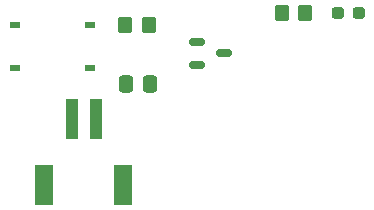
<source format=gtp>
G04 #@! TF.GenerationSoftware,KiCad,Pcbnew,8.0.0*
G04 #@! TF.CreationDate,2024-03-04T18:09:40-06:00*
G04 #@! TF.ProjectId,Haptic Feeback board,48617074-6963-4204-9665-656261636b20,rev?*
G04 #@! TF.SameCoordinates,Original*
G04 #@! TF.FileFunction,Paste,Top*
G04 #@! TF.FilePolarity,Positive*
%FSLAX46Y46*%
G04 Gerber Fmt 4.6, Leading zero omitted, Abs format (unit mm)*
G04 Created by KiCad (PCBNEW 8.0.0) date 2024-03-04 18:09:40*
%MOMM*%
%LPD*%
G01*
G04 APERTURE LIST*
G04 Aperture macros list*
%AMRoundRect*
0 Rectangle with rounded corners*
0 $1 Rounding radius*
0 $2 $3 $4 $5 $6 $7 $8 $9 X,Y pos of 4 corners*
0 Add a 4 corners polygon primitive as box body*
4,1,4,$2,$3,$4,$5,$6,$7,$8,$9,$2,$3,0*
0 Add four circle primitives for the rounded corners*
1,1,$1+$1,$2,$3*
1,1,$1+$1,$4,$5*
1,1,$1+$1,$6,$7*
1,1,$1+$1,$8,$9*
0 Add four rect primitives between the rounded corners*
20,1,$1+$1,$2,$3,$4,$5,0*
20,1,$1+$1,$4,$5,$6,$7,0*
20,1,$1+$1,$6,$7,$8,$9,0*
20,1,$1+$1,$8,$9,$2,$3,0*%
G04 Aperture macros list end*
%ADD10R,0.950500X0.558800*%
%ADD11RoundRect,0.250000X-0.337500X-0.475000X0.337500X-0.475000X0.337500X0.475000X-0.337500X0.475000X0*%
%ADD12RoundRect,0.237500X0.287500X0.237500X-0.287500X0.237500X-0.287500X-0.237500X0.287500X-0.237500X0*%
%ADD13R,1.000000X3.500000*%
%ADD14R,1.500000X3.400000*%
%ADD15RoundRect,0.250000X0.350000X0.450000X-0.350000X0.450000X-0.350000X-0.450000X0.350000X-0.450000X0*%
%ADD16RoundRect,0.150000X-0.512500X-0.150000X0.512500X-0.150000X0.512500X0.150000X-0.512500X0.150000X0*%
%ADD17RoundRect,0.250000X-0.350000X-0.450000X0.350000X-0.450000X0.350000X0.450000X-0.350000X0.450000X0*%
G04 APERTURE END LIST*
D10*
X127878302Y-92667602D03*
X127878302Y-96367600D03*
X134239000Y-96367600D03*
X134239000Y-92667602D03*
D11*
X137290900Y-97713800D03*
X139365900Y-97713800D03*
D12*
X157040000Y-91694000D03*
X155290000Y-91694000D03*
D13*
X132747000Y-100685600D03*
X134747000Y-100685600D03*
D14*
X130397000Y-106235600D03*
X137097000Y-106235600D03*
D15*
X152511000Y-91694000D03*
X150511000Y-91694000D03*
D16*
X143365400Y-94147600D03*
X143365400Y-96047600D03*
X145640400Y-95097600D03*
D17*
X137242800Y-92735400D03*
X139242800Y-92735400D03*
M02*

</source>
